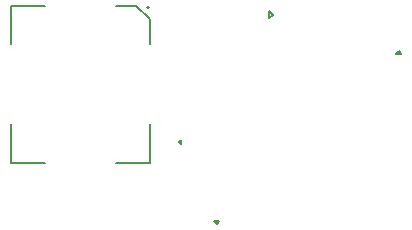
<source format=gbr>
G04 #@! TF.GenerationSoftware,KiCad,Pcbnew,5.0.2-bee76a0~70~ubuntu18.04.1*
G04 #@! TF.CreationDate,2019-05-20T11:18:47+08:00*
G04 #@! TF.ProjectId,require,72657175-6972-4652-9e6b-696361645f70,rev?*
G04 #@! TF.SameCoordinates,Original*
G04 #@! TF.FileFunction,Legend,Bot*
G04 #@! TF.FilePolarity,Positive*
%FSLAX46Y46*%
G04 Gerber Fmt 4.6, Leading zero omitted, Abs format (unit mm)*
G04 Created by KiCad (PCBNEW 5.0.2-bee76a0~70~ubuntu18.04.1) date 2019年05月20日 星期一 11时18分47秒*
%MOMM*%
%LPD*%
G01*
G04 APERTURE LIST*
%ADD10C,0.150000*%
%ADD11C,0.200000*%
G04 APERTURE END LIST*
D10*
G04 #@! TO.C,U830*
X70000000Y-54900000D02*
X70300000Y-54600000D01*
X70000000Y-54300000D02*
X70000000Y-54900000D01*
X70300000Y-54600000D02*
X70000000Y-54300000D01*
G04 #@! TO.C,U260*
X62550000Y-65200000D02*
X62350000Y-65400000D01*
X62550000Y-65600000D02*
X62550000Y-65200000D01*
X62350000Y-65400000D02*
X62550000Y-65600000D01*
G04 #@! TO.C,U220*
X65350000Y-72100000D02*
X65550000Y-72300000D01*
X65750000Y-72100000D02*
X65350000Y-72100000D01*
X65550000Y-72300000D02*
X65750000Y-72100000D01*
G04 #@! TO.C,U230*
X81150000Y-57900000D02*
X80950000Y-57700000D01*
X80750000Y-57900000D02*
X81150000Y-57900000D01*
X80950000Y-57700000D02*
X80750000Y-57900000D01*
D11*
G04 #@! TO.C,U400*
X59850000Y-54000000D02*
G75*
G03X59850000Y-54000000I-100000J0D01*
G01*
D10*
X59900000Y-55000000D02*
X59900000Y-57100000D01*
X58750000Y-53850000D02*
X59900000Y-55000000D01*
X57025000Y-53850000D02*
X58750000Y-53850000D01*
X59900000Y-67150000D02*
X59900000Y-63900000D01*
X57025000Y-67150000D02*
X59900000Y-67150000D01*
X48100000Y-53850000D02*
X48100000Y-57100000D01*
X50975000Y-53850000D02*
X48100000Y-53850000D01*
X48100000Y-67150000D02*
X48100000Y-63900000D01*
X50975000Y-67150000D02*
X48100000Y-67150000D01*
X48100000Y-53850000D02*
X48100000Y-57100000D01*
X50975000Y-53850000D02*
X48100000Y-53850000D01*
X48100000Y-53850000D02*
X48100000Y-57100000D01*
X50975000Y-53850000D02*
X48100000Y-53850000D01*
G04 #@! TD*
M02*

</source>
